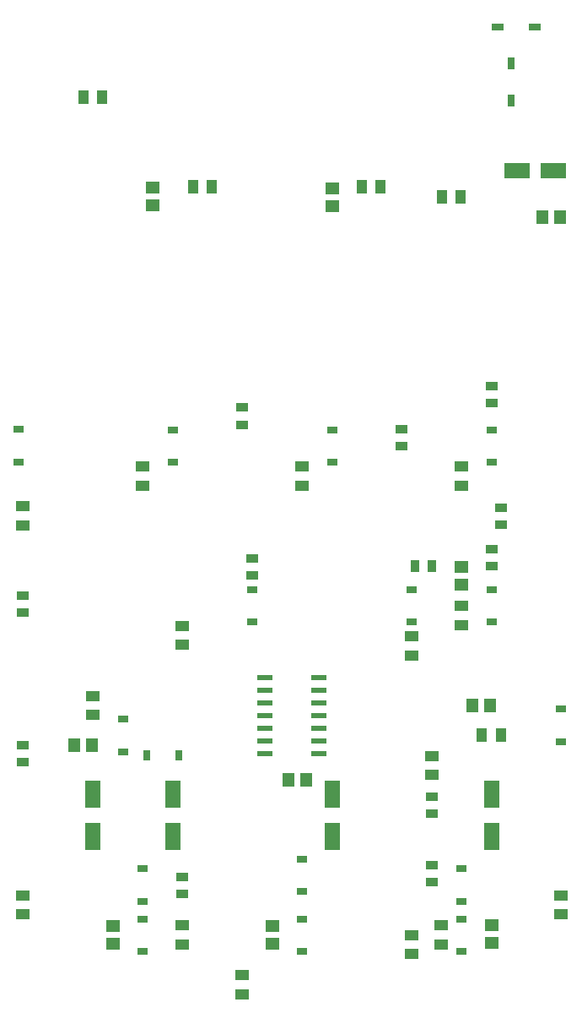
<source format=gbp>
G04 Layer_Color=128*
%FSLAX25Y25*%
%MOIN*%
G70*
G01*
G75*
%ADD19R,0.05512X0.04134*%
%ADD20R,0.03347X0.05118*%
%ADD21R,0.06299X0.11024*%
%ADD22R,0.10236X0.06299*%
%ADD23R,0.05906X0.02165*%
%ADD24R,0.03937X0.03150*%
%ADD25R,0.02756X0.04724*%
%ADD26R,0.04528X0.05709*%
%ADD27R,0.05709X0.04528*%
%ADD28R,0.03150X0.03937*%
%ADD29R,0.04724X0.02756*%
%ADD30R,0.05118X0.03347*%
%ADD31R,0.04134X0.05512*%
D19*
X47244Y-41339D02*
D03*
Y-33858D02*
D03*
X-78740Y-57284D02*
D03*
Y-64764D02*
D03*
X-106299Y10039D02*
D03*
Y17520D02*
D03*
X-43307Y-147835D02*
D03*
Y-155315D02*
D03*
X-59055Y25787D02*
D03*
Y33268D02*
D03*
X-106299Y-136024D02*
D03*
Y-143504D02*
D03*
X-19685Y-167520D02*
D03*
Y-175000D02*
D03*
X-43307Y-37008D02*
D03*
Y-29528D02*
D03*
X59055Y-147835D02*
D03*
Y-155315D02*
D03*
X66929Y25787D02*
D03*
Y33268D02*
D03*
X55118Y-88386D02*
D03*
Y-80905D02*
D03*
X3937Y25787D02*
D03*
Y33268D02*
D03*
X106299Y-143504D02*
D03*
Y-136024D02*
D03*
X47244Y-151575D02*
D03*
Y-159055D02*
D03*
X66929Y-21850D02*
D03*
Y-29331D02*
D03*
D20*
X55118Y-5906D02*
D03*
X48425D02*
D03*
D21*
X15748Y-95866D02*
D03*
Y-112795D02*
D03*
X-78740Y-95866D02*
D03*
Y-112795D02*
D03*
X-47244Y-95866D02*
D03*
Y-112795D02*
D03*
X78740Y-95866D02*
D03*
Y-112795D02*
D03*
D22*
X103087Y150000D02*
D03*
X88913D02*
D03*
D23*
X-10630Y-79961D02*
D03*
X10630D02*
D03*
X-10630Y-74961D02*
D03*
X10630D02*
D03*
X-10630Y-69961D02*
D03*
X10630D02*
D03*
Y-49961D02*
D03*
X-10630D02*
D03*
X10630Y-54961D02*
D03*
X-10630D02*
D03*
X10630Y-59961D02*
D03*
X-10630D02*
D03*
Y-64961D02*
D03*
X10630D02*
D03*
D24*
X47244Y-28032D02*
D03*
Y-15276D02*
D03*
X-66929Y-79213D02*
D03*
Y-66457D02*
D03*
X-59055Y-145197D02*
D03*
Y-157953D02*
D03*
X-107984Y35118D02*
D03*
Y47874D02*
D03*
X-47244Y34961D02*
D03*
Y47717D02*
D03*
X-59055Y-125512D02*
D03*
Y-138268D02*
D03*
X106299Y-75276D02*
D03*
Y-62520D02*
D03*
X-15748Y-28032D02*
D03*
Y-15276D02*
D03*
X66929Y-145197D02*
D03*
Y-157953D02*
D03*
X78740Y34961D02*
D03*
Y47717D02*
D03*
X3937Y-145197D02*
D03*
Y-157953D02*
D03*
X15748Y34961D02*
D03*
Y47717D02*
D03*
X66929Y-125512D02*
D03*
Y-138268D02*
D03*
X3937Y-121575D02*
D03*
Y-134331D02*
D03*
X78740Y-28032D02*
D03*
Y-15276D02*
D03*
D25*
X86500Y192283D02*
D03*
Y177717D02*
D03*
D26*
X98957Y131500D02*
D03*
X106043D02*
D03*
X5559Y-90504D02*
D03*
X-1527D02*
D03*
X-86221Y-76772D02*
D03*
X-79134D02*
D03*
X71260Y-61024D02*
D03*
X78347D02*
D03*
D27*
X-70866Y-148031D02*
D03*
Y-155118D02*
D03*
X-55118Y143307D02*
D03*
Y136221D02*
D03*
X78740Y-147638D02*
D03*
Y-154724D02*
D03*
X-7874Y-148031D02*
D03*
Y-155118D02*
D03*
X66929Y-6299D02*
D03*
Y-13386D02*
D03*
X15748Y142913D02*
D03*
Y135827D02*
D03*
D28*
X-44803Y-80709D02*
D03*
X-57559D02*
D03*
D29*
X81217Y206500D02*
D03*
X95784D02*
D03*
D30*
X82677Y10433D02*
D03*
Y17126D02*
D03*
X-19685Y56496D02*
D03*
Y49803D02*
D03*
X-106299Y-76772D02*
D03*
Y-83465D02*
D03*
X-43307Y-135236D02*
D03*
Y-128543D02*
D03*
X-106299Y-24409D02*
D03*
Y-17717D02*
D03*
X-15748Y-3150D02*
D03*
Y-9843D02*
D03*
X78740Y64961D02*
D03*
Y58268D02*
D03*
X55118Y-130709D02*
D03*
Y-124016D02*
D03*
X43307Y41339D02*
D03*
Y48031D02*
D03*
X55118Y-97047D02*
D03*
Y-103740D02*
D03*
X78740Y787D02*
D03*
Y-5906D02*
D03*
D31*
X-75000Y179134D02*
D03*
X-82480D02*
D03*
X-39173Y143701D02*
D03*
X-31693D02*
D03*
X75000Y-72835D02*
D03*
X82480D02*
D03*
X59252Y139764D02*
D03*
X66732D02*
D03*
X27559Y143701D02*
D03*
X35039D02*
D03*
M02*

</source>
